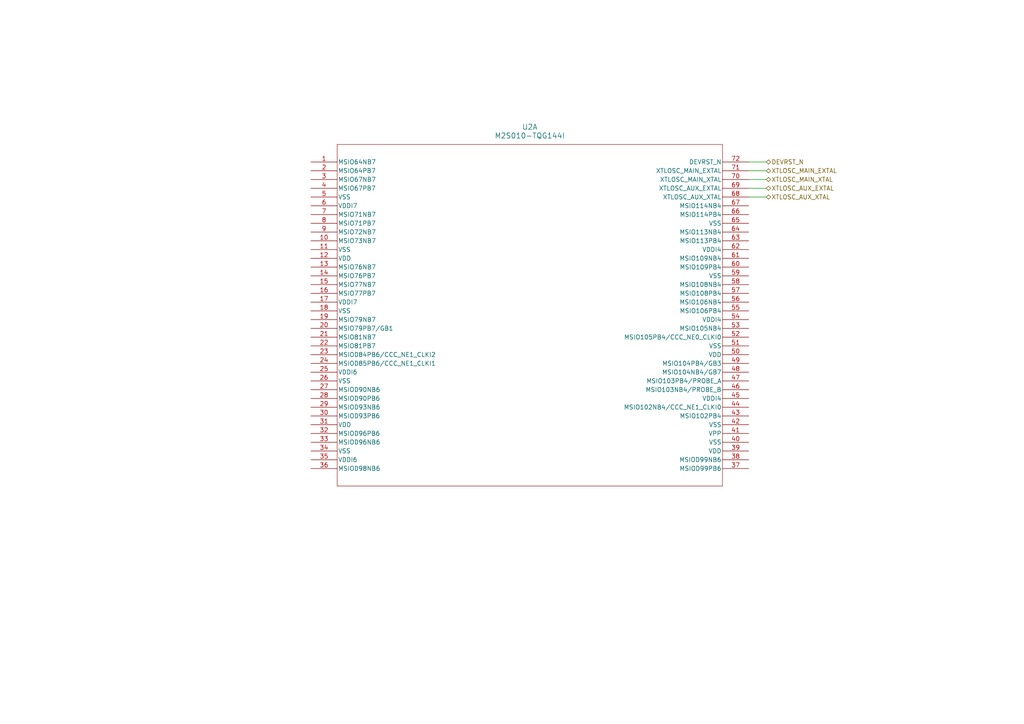
<source format=kicad_sch>
(kicad_sch (version 20231120) (generator "eeschema") (generator_version "8.0")
  (paper "A4")
  (title_block (title "ICARUS-2 OBDH") (date "2024-03-24") (rev "POC 2.0") (comment 2 "WILLIAN BUENO SANTOS") (comment 3 "ISRAEL RODRIGUES DUTRA") (comment 4 "ADRIANO CÉSAR DE SOUSA PEREIRA"))
  (lib_symbols
    (symbol "M2S010-1TQG144A:M2S010-TQG144I" (pin_names (offset 0.254))
      (property "Reference" "U" (at 63.5 10.16 0))
      (property "Value" "M2S010-TQG144I" (at 63.5 7.62 0))
      (symbol "M2S010-TQG144I_1_1"
        (polyline (pts (xy 7.62 -93.98) (xy 119.38 -93.98)) (stroke (width 0.127)))
        (polyline (pts (xy 7.62 5.08) (xy 7.62 -93.98)) (stroke (width 0.127)))
        (polyline (pts (xy 119.38 -93.98) (xy 119.38 5.08)) (stroke (width 0.127)))
        (polyline (pts (xy 119.38 5.08) (xy 7.62 5.08)) (stroke (width 0.127)))
        (pin bidirectional line (at 0 0 0) (length 7.62) (name "MSIO64NB7") (number "1"))
        (pin bidirectional line (at 0 -22.86 0) (length 7.62) (name "MSIO73NB7") (number "10"))
        (pin power_out line (at 0 -25.4 0) (length 7.62) (name "VSS") (number "11"))
        (pin power_in line (at 0 -27.94 0) (length 7.62) (name "VDD") (number "12"))
        (pin bidirectional line (at 0 -30.48 0) (length 7.62) (name "MSIO76NB7") (number "13"))
        (pin bidirectional line (at 0 -33.02 0) (length 7.62) (name "MSIO76PB7") (number "14"))
        (pin bidirectional line (at 0 -35.56 0) (length 7.62) (name "MSIO77NB7") (number "15"))
        (pin bidirectional line (at 0 -38.1 0) (length 7.62) (name "MSIO77PB7") (number "16"))
        (pin power_in line (at 0 -40.64 0) (length 7.62) (name "VDDI7") (number "17"))
        (pin power_out line (at 0 -43.18 0) (length 7.62) (name "VSS") (number "18"))
        (pin bidirectional line (at 0 -45.72 0) (length 7.62) (name "MSIO79NB7") (number "19"))
        (pin bidirectional line (at 0 -2.54 0) (length 7.62) (name "MSIO64PB7") (number "2"))
        (pin bidirectional line (at 0 -48.26 0) (length 7.62) (name "MSIO79PB7/GB1") (number "20"))
        (pin bidirectional line (at 0 -50.8 0) (length 7.62) (name "MSIO81NB7") (number "21"))
        (pin bidirectional line (at 0 -53.34 0) (length 7.62) (name "MSIO81PB7") (number "22"))
        (pin bidirectional line (at 0 -55.88 0) (length 7.62) (name "MSIOD84PB6/CCC_NE1_CLKI2") (number "23"))
        (pin bidirectional line (at 0 -58.42 0) (length 7.62) (name "MSIOD85PB6/CCC_NE1_CLKI1") (number "24"))
        (pin power_in line (at 0 -60.96 0) (length 7.62) (name "VDDI6") (number "25"))
        (pin power_out line (at 0 -63.5 0) (length 7.62) (name "VSS") (number "26"))
        (pin bidirectional line (at 0 -66.04 0) (length 7.62) (name "MSIOD90NB6") (number "27"))
        (pin bidirectional line (at 0 -68.58 0) (length 7.62) (name "MSIOD90PB6") (number "28"))
        (pin bidirectional line (at 0 -71.12 0) (length 7.62) (name "MSIOD93NB6") (number "29"))
        (pin bidirectional line (at 0 -5.08 0) (length 7.62) (name "MSIO67NB7") (number "3"))
        (pin bidirectional line (at 0 -73.66 0) (length 7.62) (name "MSIOD93PB6") (number "30"))
        (pin power_in line (at 0 -76.2 0) (length 7.62) (name "VDD") (number "31"))
        (pin bidirectional line (at 0 -78.74 0) (length 7.62) (name "MSIOD96PB6") (number "32"))
        (pin bidirectional line (at 0 -81.28 0) (length 7.62) (name "MSIOD96NB6") (number "33"))
        (pin power_out line (at 0 -83.82 0) (length 7.62) (name "VSS") (number "34"))
        (pin power_in line (at 0 -86.36 0) (length 7.62) (name "VDDI6") (number "35"))
        (pin bidirectional line (at 0 -88.9 0) (length 7.62) (name "MSIOD98NB6") (number "36"))
        (pin bidirectional line (at 127 -88.9 180) (length 7.62) (name "MSIOD99PB6") (number "37"))
        (pin bidirectional line (at 127 -86.36 180) (length 7.62) (name "MSIOD99NB6") (number "38"))
        (pin power_in line (at 127 -83.82 180) (length 7.62) (name "VDD") (number "39"))
        (pin bidirectional line (at 0 -7.62 0) (length 7.62) (name "MSIO67PB7") (number "4"))
        (pin power_out line (at 127 -81.28 180) (length 7.62) (name "VSS") (number "40"))
        (pin power_in line (at 127 -78.74 180) (length 7.62) (name "VPP") (number "41"))
        (pin power_out line (at 127 -76.2 180) (length 7.62) (name "VSS") (number "42"))
        (pin bidirectional line (at 127 -73.66 180) (length 7.62) (name "MSIO102PB4") (number "43"))
        (pin bidirectional line (at 127 -71.12 180) (length 7.62) (name "MSIO102NB4/CCC_NE1_CLKI0") (number "44"))
        (pin power_in line (at 127 -68.58 180) (length 7.62) (name "VDDI4") (number "45"))
        (pin bidirectional line (at 127 -66.04 180) (length 7.62) (name "MSIO103NB4/PROBE_B") (number "46"))
        (pin bidirectional line (at 127 -63.5 180) (length 7.62) (name "MSIO103PB4/PROBE_A") (number "47"))
        (pin bidirectional line (at 127 -60.96 180) (length 7.62) (name "MSIO104NB4/GB7") (number "48"))
        (pin bidirectional line (at 127 -58.42 180) (length 7.62) (name "MSIO104PB4/GB3") (number "49"))
        (pin power_out line (at 0 -10.16 0) (length 7.62) (name "VSS") (number "5"))
        (pin power_in line (at 127 -55.88 180) (length 7.62) (name "VDD") (number "50"))
        (pin power_out line (at 127 -53.34 180) (length 7.62) (name "VSS") (number "51"))
        (pin bidirectional line (at 127 -50.8 180) (length 7.62) (name "MSIO105PB4/CCC_NE0_CLKI0") (number "52"))
        (pin bidirectional line (at 127 -48.26 180) (length 7.62) (name "MSIO105NB4") (number "53"))
        (pin power_in line (at 127 -45.72 180) (length 7.62) (name "VDDI4") (number "54"))
        (pin bidirectional line (at 127 -43.18 180) (length 7.62) (name "MSIO106PB4") (number "55"))
        (pin bidirectional line (at 127 -40.64 180) (length 7.62) (name "MSIO106NB4") (number "56"))
        (pin bidirectional line (at 127 -38.1 180) (length 7.62) (name "MSIO108PB4") (number "57"))
        (pin bidirectional line (at 127 -35.56 180) (length 7.62) (name "MSIO108NB4") (number "58"))
        (pin power_out line (at 127 -33.02 180) (length 7.62) (name "VSS") (number "59"))
        (pin power_in line (at 0 -12.7 0) (length 7.62) (name "VDDI7") (number "6"))
        (pin bidirectional line (at 127 -30.48 180) (length 7.62) (name "MSIO109PB4") (number "60"))
        (pin bidirectional line (at 127 -27.94 180) (length 7.62) (name "MSIO109NB4") (number "61"))
        (pin power_in line (at 127 -25.4 180) (length 7.62) (name "VDDI4") (number "62"))
        (pin bidirectional line (at 127 -22.86 180) (length 7.62) (name "MSIO113PB4") (number "63"))
        (pin bidirectional line (at 127 -20.32 180) (length 7.62) (name "MSIO113NB4") (number "64"))
        (pin power_out line (at 127 -17.78 180) (length 7.62) (name "VSS") (number "65"))
        (pin bidirectional line (at 127 -15.24 180) (length 7.62) (name "MSIO114PB4") (number "66"))
        (pin bidirectional line (at 127 -12.7 180) (length 7.62) (name "MSIO114NB4") (number "67"))
        (pin input line (at 127 -10.16 180) (length 7.62) (name "XTLOSC_AUX_XTAL") (number "68"))
        (pin input line (at 127 -7.62 180) (length 7.62) (name "XTLOSC_AUX_EXTAL") (number "69"))
        (pin bidirectional line (at 0 -15.24 0) (length 7.62) (name "MSIO71NB7") (number "7"))
        (pin input line (at 127 -5.08 180) (length 7.62) (name "XTLOSC_MAIN_XTAL") (number "70"))
        (pin input line (at 127 -2.54 180) (length 7.62) (name "XTLOSC_MAIN_EXTAL") (number "71"))
        (pin input line (at 127 0 180) (length 7.62) (name "DEVRST_N") (number "72"))
        (pin bidirectional line (at 0 -17.78 0) (length 7.62) (name "MSIO71PB7") (number "8"))
        (pin bidirectional line (at 0 -20.32 0) (length 7.62) (name "MSIO72NB7") (number "9"))
      )
      (symbol "M2S010-TQG144I_2_1"
        (polyline (pts (xy 7.62 -93.98) (xy 129.54 -93.98)) (stroke (width 0.127)))
        (polyline (pts (xy 7.62 5.08) (xy 7.62 -93.98)) (stroke (width 0.127)))
        (polyline (pts (xy 129.54 -93.98) (xy 129.54 5.08)) (stroke (width 0.127)))
        (polyline (pts (xy 129.54 5.08) (xy 7.62 5.08)) (stroke (width 0.127)))
        (pin bidirectional line (at 0 -68.58 0) (length 7.62) (name "MSIO12PB2/SPI_0_CLK") (number "100"))
        (pin bidirectional line (at 0 -71.12 0) (length 7.62) (name "MSIO12NB2/SPI_0_SDI/GPIO_5_A") (number "101"))
        (pin bidirectional line (at 0 -73.66 0) (length 7.62) (name "MSIO13PB2/SPI_0_SDO/GPIO_6_A") (number "102"))
        (pin bidirectional line (at 0 -76.2 0) (length 7.62) (name "MSIO13NB2/SPI_0_SS0/GPIO_7_A") (number "103"))
        (pin power_in line (at 0 -78.74 0) (length 7.62) (name "VPP") (number "104"))
        (pin power_in line (at 0 -81.28 0) (length 7.62) (name "VDD") (number "105"))
        (pin power_out line (at 0 -83.82 0) (length 7.62) (name "CCC_NE1_PLL_VSSA") (number "106"))
        (pin power_in line (at 0 -86.36 0) (length 7.62) (name "CCC_NE1_PLL_VDDA") (number "107"))
        (pin power_out line (at 0 -88.9 0) (length 7.62) (name "CCC_NE0_PLL_VSSA") (number "108"))
        (pin power_in line (at 137.16 -88.9 180) (length 7.62) (name "CCC_NE0_PLL_VDDA") (number "109"))
        (pin bidirectional line (at 137.16 -86.36 180) (length 7.62) (name "DDRIO29PB0") (number "110"))
        (pin bidirectional line (at 137.16 -83.82 180) (length 7.62) (name "DDRIO30PB0") (number "111"))
        (pin bidirectional line (at 137.16 -81.28 180) (length 7.62) (name "DDRIO30NB0") (number "112"))
        (pin power_out line (at 137.16 -78.74 180) (length 7.62) (name "VSS") (number "113"))
        (pin power_in line (at 137.16 -76.2 180) (length 7.62) (name "VDDI0") (number "114"))
        (pin bidirectional line (at 137.16 -73.66 180) (length 7.62) (name "DDRIO35NB0") (number "115"))
        (pin bidirectional line (at 137.16 -71.12 180) (length 7.62) (name "DDRIO35PB0") (number "116"))
        (pin bidirectional line (at 137.16 -68.58 180) (length 7.62) (name "DDRIO37NB0") (number "117"))
        (pin bidirectional line (at 137.16 -66.04 180) (length 7.62) (name "DDRIO37PB0") (number "118"))
        (pin power_out line (at 137.16 -63.5 180) (length 7.62) (name "VSS") (number "119"))
        (pin power_in line (at 137.16 -60.96 180) (length 7.62) (name "VREF0") (number "120"))
        (pin power_in line (at 137.16 -58.42 180) (length 7.62) (name "VDD") (number "121"))
        (pin bidirectional line (at 137.16 -55.88 180) (length 7.62) (name "DDRIO43NB0") (number "122"))
        (pin bidirectional line (at 137.16 -53.34 180) (length 7.62) (name "DDRIO43PB0") (number "123"))
        (pin bidirectional line (at 137.16 -50.8 180) (length 7.62) (name "DDRIO44NB0") (number "124"))
        (pin bidirectional line (at 137.16 -48.26 180) (length 7.62) (name "DDRIO44PB0") (number "125"))
        (pin power_out line (at 137.16 -45.72 180) (length 7.62) (name "VSS") (number "126"))
        (pin power_in line (at 137.16 -43.18 180) (length 7.62) (name "VDDI0") (number "127"))
        (pin bidirectional line (at 137.16 -40.64 180) (length 7.62) (name "DDRIO47NB0") (number "128"))
        (pin bidirectional line (at 137.16 -38.1 180) (length 7.62) (name "DDRIO47PB0") (number "129"))
        (pin bidirectional line (at 137.16 -35.56 180) (length 7.62) (name "DDRIO48NB0") (number "130"))
        (pin bidirectional line (at 137.16 -33.02 180) (length 7.62) (name "DDRIO48PB0") (number "131"))
        (pin power_out line (at 137.16 -30.48 180) (length 7.62) (name "VSS") (number "132"))
        (pin power_in line (at 137.16 -27.94 180) (length 7.62) (name "VDD") (number "133"))
        (pin bidirectional line (at 137.16 -25.4 180) (length 7.62) (name "DDRIO53NB0") (number "134"))
        (pin bidirectional line (at 137.16 -22.86 180) (length 7.62) (name "DDRIO53PB0") (number "135"))
        (pin bidirectional line (at 137.16 -20.32 180) (length 7.62) (name "DDRIO55NB0") (number "136"))
        (pin bidirectional line (at 137.16 -17.78 180) (length 7.62) (name "DDRIO55PB0/CCC_NE0_CLKI3") (number "137"))
        (pin power_in line (at 137.16 -15.24 180) (length 7.62) (name "VDDI0") (number "138"))
        (pin power_out line (at 137.16 -12.7 180) (length 7.62) (name "VSS") (number "139"))
        (pin no_connect line (at 137.16 -10.16 180) (length 7.62) (name "DNC") (number "140"))
        (pin bidirectional line (at 137.16 -7.62 180) (length 7.62) (name "DDRIO59NB0/GB4") (number "141"))
        (pin bidirectional line (at 137.16 -5.08 180) (length 7.62) (name "DDRIO60NB0/CCC_NE1_CLKI3") (number "142"))
        (pin bidirectional line (at 137.16 -2.54 180) (length 7.62) (name "DDRIO59PB0/GB0") (number "143"))
        (pin bidirectional line (at 137.16 0 180) (length 7.62) (name "DDRIO63PB0") (number "144"))
        (pin input line (at 0 0 0) (length 7.62) (name "JTAGSEL") (number "73"))
        (pin output line (at 0 -2.54 0) (length 7.62) (name "JTAG_TDO/M3_TDO/M3_SWO") (number "74"))
        (pin input line (at 0 -5.08 0) (length 7.62) (name "JTAG_TCK/M3_TCK") (number "75"))
        (pin input line (at 0 -7.62 0) (length 7.62) (name "JTAG_TRSTB/M3_TRSTB") (number "76"))
        (pin power_in line (at 0 -10.16 0) (length 7.62) (name "VDDI3") (number "77"))
        (pin input line (at 0 -12.7 0) (length 7.62) (name "JTAG_TMS/M3_TMS/M3_SWDIO") (number "78"))
        (pin input line (at 0 -15.24 0) (length 7.62) (name "JTAG_TDI/M3_TDI") (number "79"))
        (pin power_in line (at 0 -17.78 0) (length 7.62) (name "VPP") (number "80"))
        (pin bidirectional line (at 0 -20.32 0) (length 7.62) (name "MSIO0NB2/USB_DATA7_B") (number "81"))
        (pin bidirectional line (at 0 -22.86 0) (length 7.62) (name "MSIO1PB2/USB_XCLK_B") (number "82"))
        (pin bidirectional line (at 0 -25.4 0) (length 7.62) (name "MSIO1NB2/USB_DIR_B") (number "83"))
        (pin power_out line (at 0 -27.94 0) (length 7.62) (name "VSS") (number "84"))
        (pin bidirectional line (at 0 -30.48 0) (length 7.62) (name "MSIO2PB2/USB_STP_B") (number "85"))
        (pin power_in line (at 0 -33.02 0) (length 7.62) (name "VDDI2") (number "86"))
        (pin bidirectional line (at 0 -35.56 0) (length 7.62) (name "MSIO2NB2/USB_NXT_B") (number "87"))
        (pin bidirectional line (at 0 -38.1 0) (length 7.62) (name "MSIO3PB2/USB_DATA0_B") (number "88"))
        (pin bidirectional line (at 0 -40.64 0) (length 7.62) (name "MSIO4PB2/USB_DATA2_B") (number "89"))
        (pin bidirectional line (at 0 -43.18 0) (length 7.62) (name "MSIO3NB2/USB_DATA1_B") (number "90"))
        (pin bidirectional line (at 0 -45.72 0) (length 7.62) (name "MSIO4NB2/USB_DATA3_B") (number "91"))
        (pin bidirectional line (at 0 -48.26 0) (length 7.62) (name "MSIO5PB2/USB_DATA4_B") (number "92"))
        (pin bidirectional line (at 0 -50.8 0) (length 7.62) (name "MSIO5NB2/USB_DATA5_B") (number "93"))
        (pin bidirectional line (at 0 -53.34 0) (length 7.62) (name "MSIO6PB2/USB_DATA6_B") (number "94"))
        (pin power_in line (at 0 -55.88 0) (length 7.62) (name "VDD") (number "95"))
        (pin power_out line (at 0 -58.42 0) (length 7.62) (name "VSSNVM") (number "96"))
        (pin power_in line (at 0 -60.96 0) (length 7.62) (name "VPPNVM") (number "97"))
        (pin power_out line (at 0 -63.5 0) (length 7.62) (name "VSS") (number "98"))
        (pin power_in line (at 0 -66.04 0) (length 7.62) (name "VDDI2") (number "99"))
      )
    )
  )
  (wire (pts (xy 217.17 49.53) (xy 222.25 49.53)))
  (wire (pts (xy 217.17 54.61) (xy 222.25 54.61)))
  (wire (pts (xy 217.17 46.99) (xy 222.25 46.99)))
  (wire (pts (xy 217.17 57.15) (xy 222.25 57.15)))
  (wire (pts (xy 217.17 52.07) (xy 222.25 52.07)))
  (hierarchical_label "XTLOSC_MAIN_XTAL" (shape bidirectional) (at 222.25 52.07 0))
  (hierarchical_label "XTLOSC_MAIN_EXTAL" (shape bidirectional) (at 222.25 49.53 0))
  (hierarchical_label "XTLOSC_AUX_EXTAL" (shape bidirectional) (at 222.25 54.61 0))
  (hierarchical_label "XTLOSC_AUX_XTAL" (shape bidirectional) (at 222.25 57.15 0))
  (hierarchical_label "DEVRST_N" (shape bidirectional) (at 222.25 46.99 0))
  (symbol (lib_id "M2S010-1TQG144A:M2S010-TQG144I") (at 90.17 46.99 0) (unit 1)
    (property "Reference" "U2" (at 153.67 36.83 0) (effects (font (size 1.524 1.524))))
    (property "Value" "M2S010-TQG144I" (at 153.67 39.37 0) (effects (font (size 1.524 1.524))))
    (property "Footprint" "ul_M2S010-TQG144I_B:TQ144_MCH-L" (effects (hide yes)))
    (property "Datasheet" "M2S010-TQG144I" (effects (hide yes)))
  )
)
</source>
